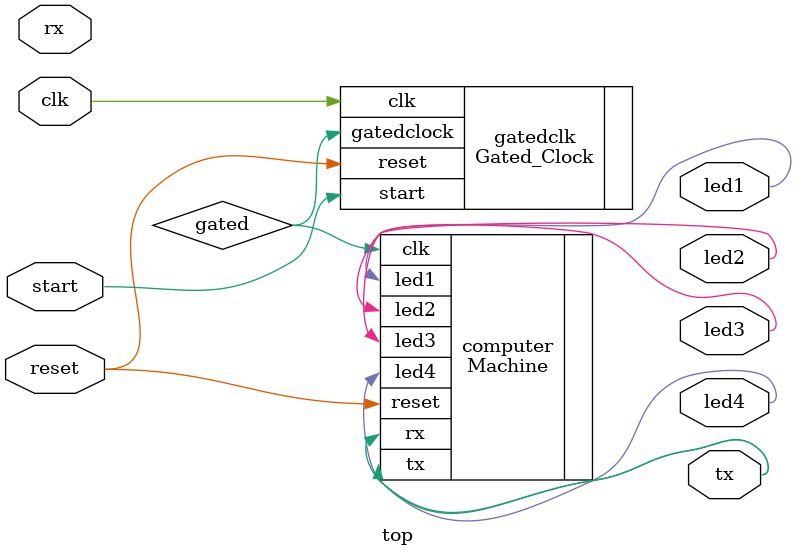
<source format=sv>
module top(
    input logic reset, rx, start, clk,
    output logic tx, led1, led2, led3, led4
);

    //logic clk;
    //SB_HFOSC clkclk(
    //    .CLKHFEN(1'b1),
    //    .CLKHFPU(1'b1),
    //    .CLKHF(clk)
    //);

    logic gated;
    Gated_Clock gatedclk(
        .clk(clk), .start(start), .reset(reset), .gatedclock(gated)
    );

    //defparam clkclk.CLKHF_DIV = "0b00";

    Machine computer(
        .reset(reset), .clk(gated), .tx(tx), .rx(tx), .led1(led1), .led2(led2), .led3(led3), .led4(led4)
    );
endmodule
</source>
